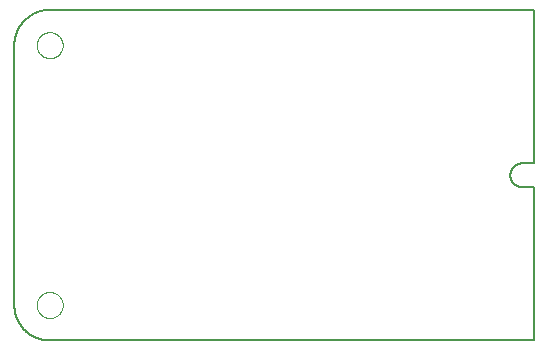
<source format=gbp>
G75*
%MOIN*%
%OFA0B0*%
%FSLAX25Y25*%
%IPPOS*%
%LPD*%
%AMOC8*
5,1,8,0,0,1.08239X$1,22.5*
%
%ADD10C,0.00800*%
%ADD11C,0.00000*%
D10*
X0013602Y0001400D02*
X0175019Y0001400D01*
X0175019Y0052581D01*
X0171082Y0052581D01*
X0170958Y0052583D01*
X0170835Y0052589D01*
X0170711Y0052598D01*
X0170589Y0052612D01*
X0170466Y0052629D01*
X0170344Y0052651D01*
X0170223Y0052676D01*
X0170103Y0052705D01*
X0169984Y0052737D01*
X0169865Y0052774D01*
X0169748Y0052814D01*
X0169633Y0052857D01*
X0169518Y0052905D01*
X0169406Y0052956D01*
X0169295Y0053010D01*
X0169185Y0053068D01*
X0169078Y0053129D01*
X0168972Y0053194D01*
X0168869Y0053262D01*
X0168768Y0053333D01*
X0168669Y0053407D01*
X0168572Y0053484D01*
X0168478Y0053565D01*
X0168387Y0053648D01*
X0168298Y0053734D01*
X0168212Y0053823D01*
X0168129Y0053914D01*
X0168048Y0054008D01*
X0167971Y0054105D01*
X0167897Y0054204D01*
X0167826Y0054305D01*
X0167758Y0054408D01*
X0167693Y0054514D01*
X0167632Y0054621D01*
X0167574Y0054731D01*
X0167520Y0054842D01*
X0167469Y0054954D01*
X0167421Y0055069D01*
X0167378Y0055184D01*
X0167338Y0055301D01*
X0167301Y0055420D01*
X0167269Y0055539D01*
X0167240Y0055659D01*
X0167215Y0055780D01*
X0167193Y0055902D01*
X0167176Y0056025D01*
X0167162Y0056147D01*
X0167153Y0056271D01*
X0167147Y0056394D01*
X0167145Y0056518D01*
X0167147Y0056642D01*
X0167153Y0056765D01*
X0167162Y0056889D01*
X0167176Y0057011D01*
X0167193Y0057134D01*
X0167215Y0057256D01*
X0167240Y0057377D01*
X0167269Y0057497D01*
X0167301Y0057616D01*
X0167338Y0057735D01*
X0167378Y0057852D01*
X0167421Y0057967D01*
X0167469Y0058082D01*
X0167520Y0058194D01*
X0167574Y0058305D01*
X0167632Y0058415D01*
X0167693Y0058522D01*
X0167758Y0058628D01*
X0167826Y0058731D01*
X0167897Y0058832D01*
X0167971Y0058931D01*
X0168048Y0059028D01*
X0168129Y0059122D01*
X0168212Y0059213D01*
X0168298Y0059302D01*
X0168387Y0059388D01*
X0168478Y0059471D01*
X0168572Y0059552D01*
X0168669Y0059629D01*
X0168768Y0059703D01*
X0168869Y0059774D01*
X0168972Y0059842D01*
X0169078Y0059907D01*
X0169185Y0059968D01*
X0169295Y0060026D01*
X0169406Y0060080D01*
X0169518Y0060131D01*
X0169633Y0060179D01*
X0169748Y0060222D01*
X0169865Y0060262D01*
X0169984Y0060299D01*
X0170103Y0060331D01*
X0170223Y0060360D01*
X0170344Y0060385D01*
X0170466Y0060407D01*
X0170589Y0060424D01*
X0170711Y0060438D01*
X0170835Y0060447D01*
X0170958Y0060453D01*
X0171082Y0060455D01*
X0175019Y0060455D01*
X0175019Y0111636D01*
X0013602Y0111636D01*
X0013317Y0111633D01*
X0013031Y0111622D01*
X0012746Y0111605D01*
X0012462Y0111581D01*
X0012178Y0111550D01*
X0011895Y0111512D01*
X0011614Y0111467D01*
X0011333Y0111416D01*
X0011053Y0111358D01*
X0010775Y0111293D01*
X0010499Y0111221D01*
X0010225Y0111143D01*
X0009952Y0111058D01*
X0009682Y0110966D01*
X0009414Y0110868D01*
X0009148Y0110764D01*
X0008885Y0110653D01*
X0008625Y0110536D01*
X0008367Y0110413D01*
X0008113Y0110283D01*
X0007862Y0110147D01*
X0007614Y0110006D01*
X0007370Y0109858D01*
X0007129Y0109705D01*
X0006893Y0109545D01*
X0006660Y0109380D01*
X0006431Y0109210D01*
X0006206Y0109034D01*
X0005986Y0108852D01*
X0005770Y0108666D01*
X0005559Y0108474D01*
X0005352Y0108277D01*
X0005150Y0108075D01*
X0004953Y0107868D01*
X0004761Y0107657D01*
X0004575Y0107441D01*
X0004393Y0107221D01*
X0004217Y0106996D01*
X0004047Y0106767D01*
X0003882Y0106534D01*
X0003722Y0106298D01*
X0003569Y0106057D01*
X0003421Y0105813D01*
X0003280Y0105565D01*
X0003144Y0105314D01*
X0003014Y0105060D01*
X0002891Y0104802D01*
X0002774Y0104542D01*
X0002663Y0104279D01*
X0002559Y0104013D01*
X0002461Y0103745D01*
X0002369Y0103475D01*
X0002284Y0103202D01*
X0002206Y0102928D01*
X0002134Y0102652D01*
X0002069Y0102374D01*
X0002011Y0102094D01*
X0001960Y0101813D01*
X0001915Y0101532D01*
X0001877Y0101249D01*
X0001846Y0100965D01*
X0001822Y0100681D01*
X0001805Y0100396D01*
X0001794Y0100110D01*
X0001791Y0099825D01*
X0001791Y0013211D01*
X0001794Y0012926D01*
X0001805Y0012640D01*
X0001822Y0012355D01*
X0001846Y0012071D01*
X0001877Y0011787D01*
X0001915Y0011504D01*
X0001960Y0011223D01*
X0002011Y0010942D01*
X0002069Y0010662D01*
X0002134Y0010384D01*
X0002206Y0010108D01*
X0002284Y0009834D01*
X0002369Y0009561D01*
X0002461Y0009291D01*
X0002559Y0009023D01*
X0002663Y0008757D01*
X0002774Y0008494D01*
X0002891Y0008234D01*
X0003014Y0007976D01*
X0003144Y0007722D01*
X0003280Y0007471D01*
X0003421Y0007223D01*
X0003569Y0006979D01*
X0003722Y0006738D01*
X0003882Y0006502D01*
X0004047Y0006269D01*
X0004217Y0006040D01*
X0004393Y0005815D01*
X0004575Y0005595D01*
X0004761Y0005379D01*
X0004953Y0005168D01*
X0005150Y0004961D01*
X0005352Y0004759D01*
X0005559Y0004562D01*
X0005770Y0004370D01*
X0005986Y0004184D01*
X0006206Y0004002D01*
X0006431Y0003826D01*
X0006660Y0003656D01*
X0006893Y0003491D01*
X0007129Y0003331D01*
X0007370Y0003178D01*
X0007614Y0003030D01*
X0007862Y0002889D01*
X0008113Y0002753D01*
X0008367Y0002623D01*
X0008625Y0002500D01*
X0008885Y0002383D01*
X0009148Y0002272D01*
X0009414Y0002168D01*
X0009682Y0002070D01*
X0009952Y0001978D01*
X0010225Y0001893D01*
X0010499Y0001815D01*
X0010775Y0001743D01*
X0011053Y0001678D01*
X0011333Y0001620D01*
X0011614Y0001569D01*
X0011895Y0001524D01*
X0012178Y0001486D01*
X0012462Y0001455D01*
X0012746Y0001431D01*
X0013031Y0001414D01*
X0013317Y0001403D01*
X0013602Y0001400D01*
D11*
X0009271Y0013211D02*
X0009273Y0013342D01*
X0009279Y0013474D01*
X0009289Y0013605D01*
X0009303Y0013736D01*
X0009321Y0013866D01*
X0009343Y0013995D01*
X0009368Y0014124D01*
X0009398Y0014252D01*
X0009432Y0014379D01*
X0009469Y0014506D01*
X0009510Y0014630D01*
X0009555Y0014754D01*
X0009604Y0014876D01*
X0009656Y0014997D01*
X0009712Y0015115D01*
X0009772Y0015233D01*
X0009835Y0015348D01*
X0009902Y0015461D01*
X0009972Y0015573D01*
X0010045Y0015682D01*
X0010121Y0015788D01*
X0010201Y0015893D01*
X0010284Y0015995D01*
X0010370Y0016094D01*
X0010459Y0016191D01*
X0010551Y0016285D01*
X0010646Y0016376D01*
X0010743Y0016465D01*
X0010843Y0016550D01*
X0010946Y0016632D01*
X0011051Y0016711D01*
X0011158Y0016787D01*
X0011268Y0016859D01*
X0011380Y0016928D01*
X0011494Y0016994D01*
X0011609Y0017056D01*
X0011727Y0017115D01*
X0011846Y0017170D01*
X0011967Y0017222D01*
X0012090Y0017269D01*
X0012214Y0017313D01*
X0012339Y0017354D01*
X0012465Y0017390D01*
X0012593Y0017423D01*
X0012721Y0017451D01*
X0012850Y0017476D01*
X0012980Y0017497D01*
X0013110Y0017514D01*
X0013241Y0017527D01*
X0013372Y0017536D01*
X0013503Y0017541D01*
X0013635Y0017542D01*
X0013766Y0017539D01*
X0013898Y0017532D01*
X0014029Y0017521D01*
X0014159Y0017506D01*
X0014289Y0017487D01*
X0014419Y0017464D01*
X0014547Y0017438D01*
X0014675Y0017407D01*
X0014802Y0017372D01*
X0014928Y0017334D01*
X0015052Y0017292D01*
X0015176Y0017246D01*
X0015297Y0017196D01*
X0015417Y0017143D01*
X0015536Y0017086D01*
X0015653Y0017026D01*
X0015767Y0016962D01*
X0015880Y0016894D01*
X0015991Y0016823D01*
X0016100Y0016749D01*
X0016206Y0016672D01*
X0016310Y0016591D01*
X0016411Y0016508D01*
X0016510Y0016421D01*
X0016606Y0016331D01*
X0016699Y0016238D01*
X0016790Y0016143D01*
X0016877Y0016045D01*
X0016962Y0015944D01*
X0017043Y0015841D01*
X0017121Y0015735D01*
X0017196Y0015627D01*
X0017268Y0015517D01*
X0017336Y0015405D01*
X0017401Y0015291D01*
X0017462Y0015174D01*
X0017520Y0015056D01*
X0017574Y0014936D01*
X0017625Y0014815D01*
X0017672Y0014692D01*
X0017715Y0014568D01*
X0017754Y0014443D01*
X0017790Y0014316D01*
X0017821Y0014188D01*
X0017849Y0014060D01*
X0017873Y0013931D01*
X0017893Y0013801D01*
X0017909Y0013670D01*
X0017921Y0013539D01*
X0017929Y0013408D01*
X0017933Y0013277D01*
X0017933Y0013145D01*
X0017929Y0013014D01*
X0017921Y0012883D01*
X0017909Y0012752D01*
X0017893Y0012621D01*
X0017873Y0012491D01*
X0017849Y0012362D01*
X0017821Y0012234D01*
X0017790Y0012106D01*
X0017754Y0011979D01*
X0017715Y0011854D01*
X0017672Y0011730D01*
X0017625Y0011607D01*
X0017574Y0011486D01*
X0017520Y0011366D01*
X0017462Y0011248D01*
X0017401Y0011131D01*
X0017336Y0011017D01*
X0017268Y0010905D01*
X0017196Y0010795D01*
X0017121Y0010687D01*
X0017043Y0010581D01*
X0016962Y0010478D01*
X0016877Y0010377D01*
X0016790Y0010279D01*
X0016699Y0010184D01*
X0016606Y0010091D01*
X0016510Y0010001D01*
X0016411Y0009914D01*
X0016310Y0009831D01*
X0016206Y0009750D01*
X0016100Y0009673D01*
X0015991Y0009599D01*
X0015880Y0009528D01*
X0015768Y0009460D01*
X0015653Y0009396D01*
X0015536Y0009336D01*
X0015417Y0009279D01*
X0015297Y0009226D01*
X0015176Y0009176D01*
X0015052Y0009130D01*
X0014928Y0009088D01*
X0014802Y0009050D01*
X0014675Y0009015D01*
X0014547Y0008984D01*
X0014419Y0008958D01*
X0014289Y0008935D01*
X0014159Y0008916D01*
X0014029Y0008901D01*
X0013898Y0008890D01*
X0013766Y0008883D01*
X0013635Y0008880D01*
X0013503Y0008881D01*
X0013372Y0008886D01*
X0013241Y0008895D01*
X0013110Y0008908D01*
X0012980Y0008925D01*
X0012850Y0008946D01*
X0012721Y0008971D01*
X0012593Y0008999D01*
X0012465Y0009032D01*
X0012339Y0009068D01*
X0012214Y0009109D01*
X0012090Y0009153D01*
X0011967Y0009200D01*
X0011846Y0009252D01*
X0011727Y0009307D01*
X0011609Y0009366D01*
X0011494Y0009428D01*
X0011380Y0009494D01*
X0011268Y0009563D01*
X0011158Y0009635D01*
X0011051Y0009711D01*
X0010946Y0009790D01*
X0010843Y0009872D01*
X0010743Y0009957D01*
X0010646Y0010046D01*
X0010551Y0010137D01*
X0010459Y0010231D01*
X0010370Y0010328D01*
X0010284Y0010427D01*
X0010201Y0010529D01*
X0010121Y0010634D01*
X0010045Y0010740D01*
X0009972Y0010849D01*
X0009902Y0010961D01*
X0009835Y0011074D01*
X0009772Y0011189D01*
X0009712Y0011307D01*
X0009656Y0011425D01*
X0009604Y0011546D01*
X0009555Y0011668D01*
X0009510Y0011792D01*
X0009469Y0011916D01*
X0009432Y0012043D01*
X0009398Y0012170D01*
X0009368Y0012298D01*
X0009343Y0012427D01*
X0009321Y0012556D01*
X0009303Y0012686D01*
X0009289Y0012817D01*
X0009279Y0012948D01*
X0009273Y0013080D01*
X0009271Y0013211D01*
X0009271Y0099825D02*
X0009273Y0099956D01*
X0009279Y0100088D01*
X0009289Y0100219D01*
X0009303Y0100350D01*
X0009321Y0100480D01*
X0009343Y0100609D01*
X0009368Y0100738D01*
X0009398Y0100866D01*
X0009432Y0100993D01*
X0009469Y0101120D01*
X0009510Y0101244D01*
X0009555Y0101368D01*
X0009604Y0101490D01*
X0009656Y0101611D01*
X0009712Y0101729D01*
X0009772Y0101847D01*
X0009835Y0101962D01*
X0009902Y0102075D01*
X0009972Y0102187D01*
X0010045Y0102296D01*
X0010121Y0102402D01*
X0010201Y0102507D01*
X0010284Y0102609D01*
X0010370Y0102708D01*
X0010459Y0102805D01*
X0010551Y0102899D01*
X0010646Y0102990D01*
X0010743Y0103079D01*
X0010843Y0103164D01*
X0010946Y0103246D01*
X0011051Y0103325D01*
X0011158Y0103401D01*
X0011268Y0103473D01*
X0011380Y0103542D01*
X0011494Y0103608D01*
X0011609Y0103670D01*
X0011727Y0103729D01*
X0011846Y0103784D01*
X0011967Y0103836D01*
X0012090Y0103883D01*
X0012214Y0103927D01*
X0012339Y0103968D01*
X0012465Y0104004D01*
X0012593Y0104037D01*
X0012721Y0104065D01*
X0012850Y0104090D01*
X0012980Y0104111D01*
X0013110Y0104128D01*
X0013241Y0104141D01*
X0013372Y0104150D01*
X0013503Y0104155D01*
X0013635Y0104156D01*
X0013766Y0104153D01*
X0013898Y0104146D01*
X0014029Y0104135D01*
X0014159Y0104120D01*
X0014289Y0104101D01*
X0014419Y0104078D01*
X0014547Y0104052D01*
X0014675Y0104021D01*
X0014802Y0103986D01*
X0014928Y0103948D01*
X0015052Y0103906D01*
X0015176Y0103860D01*
X0015297Y0103810D01*
X0015417Y0103757D01*
X0015536Y0103700D01*
X0015653Y0103640D01*
X0015767Y0103576D01*
X0015880Y0103508D01*
X0015991Y0103437D01*
X0016100Y0103363D01*
X0016206Y0103286D01*
X0016310Y0103205D01*
X0016411Y0103122D01*
X0016510Y0103035D01*
X0016606Y0102945D01*
X0016699Y0102852D01*
X0016790Y0102757D01*
X0016877Y0102659D01*
X0016962Y0102558D01*
X0017043Y0102455D01*
X0017121Y0102349D01*
X0017196Y0102241D01*
X0017268Y0102131D01*
X0017336Y0102019D01*
X0017401Y0101905D01*
X0017462Y0101788D01*
X0017520Y0101670D01*
X0017574Y0101550D01*
X0017625Y0101429D01*
X0017672Y0101306D01*
X0017715Y0101182D01*
X0017754Y0101057D01*
X0017790Y0100930D01*
X0017821Y0100802D01*
X0017849Y0100674D01*
X0017873Y0100545D01*
X0017893Y0100415D01*
X0017909Y0100284D01*
X0017921Y0100153D01*
X0017929Y0100022D01*
X0017933Y0099891D01*
X0017933Y0099759D01*
X0017929Y0099628D01*
X0017921Y0099497D01*
X0017909Y0099366D01*
X0017893Y0099235D01*
X0017873Y0099105D01*
X0017849Y0098976D01*
X0017821Y0098848D01*
X0017790Y0098720D01*
X0017754Y0098593D01*
X0017715Y0098468D01*
X0017672Y0098344D01*
X0017625Y0098221D01*
X0017574Y0098100D01*
X0017520Y0097980D01*
X0017462Y0097862D01*
X0017401Y0097745D01*
X0017336Y0097631D01*
X0017268Y0097519D01*
X0017196Y0097409D01*
X0017121Y0097301D01*
X0017043Y0097195D01*
X0016962Y0097092D01*
X0016877Y0096991D01*
X0016790Y0096893D01*
X0016699Y0096798D01*
X0016606Y0096705D01*
X0016510Y0096615D01*
X0016411Y0096528D01*
X0016310Y0096445D01*
X0016206Y0096364D01*
X0016100Y0096287D01*
X0015991Y0096213D01*
X0015880Y0096142D01*
X0015768Y0096074D01*
X0015653Y0096010D01*
X0015536Y0095950D01*
X0015417Y0095893D01*
X0015297Y0095840D01*
X0015176Y0095790D01*
X0015052Y0095744D01*
X0014928Y0095702D01*
X0014802Y0095664D01*
X0014675Y0095629D01*
X0014547Y0095598D01*
X0014419Y0095572D01*
X0014289Y0095549D01*
X0014159Y0095530D01*
X0014029Y0095515D01*
X0013898Y0095504D01*
X0013766Y0095497D01*
X0013635Y0095494D01*
X0013503Y0095495D01*
X0013372Y0095500D01*
X0013241Y0095509D01*
X0013110Y0095522D01*
X0012980Y0095539D01*
X0012850Y0095560D01*
X0012721Y0095585D01*
X0012593Y0095613D01*
X0012465Y0095646D01*
X0012339Y0095682D01*
X0012214Y0095723D01*
X0012090Y0095767D01*
X0011967Y0095814D01*
X0011846Y0095866D01*
X0011727Y0095921D01*
X0011609Y0095980D01*
X0011494Y0096042D01*
X0011380Y0096108D01*
X0011268Y0096177D01*
X0011158Y0096249D01*
X0011051Y0096325D01*
X0010946Y0096404D01*
X0010843Y0096486D01*
X0010743Y0096571D01*
X0010646Y0096660D01*
X0010551Y0096751D01*
X0010459Y0096845D01*
X0010370Y0096942D01*
X0010284Y0097041D01*
X0010201Y0097143D01*
X0010121Y0097248D01*
X0010045Y0097354D01*
X0009972Y0097463D01*
X0009902Y0097575D01*
X0009835Y0097688D01*
X0009772Y0097803D01*
X0009712Y0097921D01*
X0009656Y0098039D01*
X0009604Y0098160D01*
X0009555Y0098282D01*
X0009510Y0098406D01*
X0009469Y0098530D01*
X0009432Y0098657D01*
X0009398Y0098784D01*
X0009368Y0098912D01*
X0009343Y0099041D01*
X0009321Y0099170D01*
X0009303Y0099300D01*
X0009289Y0099431D01*
X0009279Y0099562D01*
X0009273Y0099694D01*
X0009271Y0099825D01*
M02*

</source>
